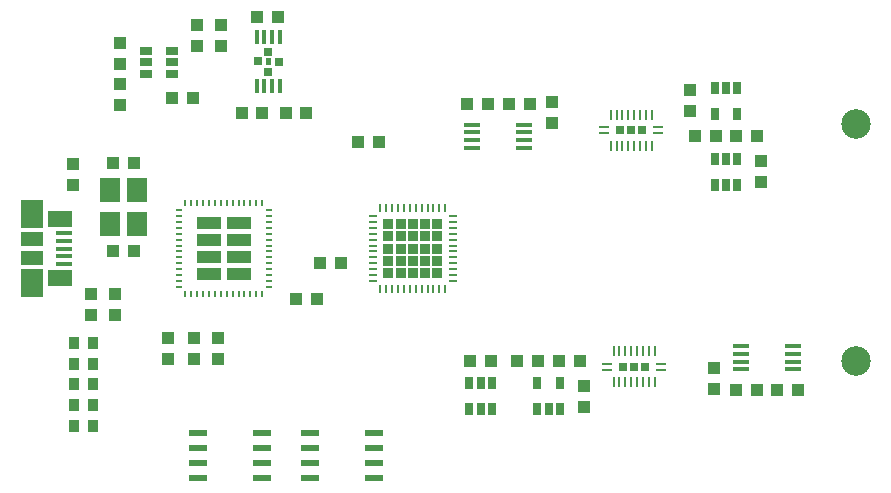
<source format=gtp>
G04 #@! TF.GenerationSoftware,KiCad,Pcbnew,5.0.0-rc1-44a33f2~62~ubuntu18.04.1*
G04 #@! TF.CreationDate,2018-04-18T04:45:04+00:00*
G04 #@! TF.ProjectId,glasgow,676C6173676F772E6B696361645F7063,rev?*
G04 #@! TF.SameCoordinates,Original*
G04 #@! TF.FileFunction,Paste,Top*
G04 #@! TF.FilePolarity,Positive*
%FSLAX46Y46*%
G04 Gerber Fmt 4.6, Leading zero omitted, Abs format (unit mm)*
G04 Created by KiCad (PCBNEW 5.0.0-rc1-44a33f2~62~ubuntu18.04.1) date Wed Apr 18 04:45:04 2018*
%MOMM*%
%LPD*%
G01*
G04 APERTURE LIST*
%ADD10C,0.100000*%
%ADD11R,1.000000X0.995000*%
%ADD12R,1.450000X0.450000*%
%ADD13R,0.650000X1.060000*%
%ADD14R,0.995000X1.000000*%
%ADD15C,2.500000*%
%ADD16R,0.400000X1.260000*%
%ADD17R,0.660000X0.760000*%
%ADD18R,0.760000X0.660000*%
%ADD19R,2.120000X1.040000*%
%ADD20R,0.180000X0.590000*%
%ADD21R,0.590000X0.180000*%
%ADD22R,0.820000X1.000000*%
%ADD23R,1.060000X0.650000*%
%ADD24R,0.800000X0.800000*%
%ADD25R,0.240000X0.900000*%
%ADD26R,0.900000X0.240000*%
%ADD27R,0.700000X0.250000*%
%ADD28R,0.250000X0.700000*%
%ADD29R,0.830000X0.830000*%
%ADD30R,1.550000X0.600000*%
%ADD31R,1.380000X0.450000*%
%ADD32R,2.100000X1.475000*%
%ADD33R,1.900000X2.375000*%
%ADD34R,1.900000X1.175000*%
%ADD35R,1.800000X2.100000*%
G04 APERTURE END LIST*
D10*
G36*
X72560000Y-79350000D02*
X72960000Y-79350000D01*
X72960000Y-79950000D01*
X72560000Y-79950000D01*
X72560000Y-79350000D01*
G37*
D11*
X110500000Y-105612500D03*
X110500000Y-107387500D03*
X96750000Y-83112500D03*
X96750000Y-84887500D03*
D12*
X117200000Y-103775000D03*
X117200000Y-104425000D03*
X117200000Y-105075000D03*
X117200000Y-105725000D03*
X112800000Y-105725000D03*
X112800000Y-105075000D03*
X112800000Y-104425000D03*
X112800000Y-103775000D03*
X94450000Y-86975000D03*
X94450000Y-86325000D03*
X94450000Y-85675000D03*
X94450000Y-85025000D03*
X90050000Y-85025000D03*
X90050000Y-85675000D03*
X90050000Y-86325000D03*
X90050000Y-86975000D03*
D13*
X112450000Y-84100000D03*
X110550000Y-84100000D03*
X110550000Y-81900000D03*
X111500000Y-81900000D03*
X112450000Y-81900000D03*
X95550000Y-106900000D03*
X97450000Y-106900000D03*
X97450000Y-109100000D03*
X96500000Y-109100000D03*
X95550000Y-109100000D03*
X91700000Y-106900000D03*
X90750000Y-106900000D03*
X89800000Y-106900000D03*
X89800000Y-109100000D03*
X91700000Y-109100000D03*
X90750000Y-109100000D03*
X112450000Y-87900000D03*
X111500000Y-87900000D03*
X110550000Y-87900000D03*
X110550000Y-90100000D03*
X112450000Y-90100000D03*
X111500000Y-90100000D03*
D14*
X110637500Y-86000000D03*
X108862500Y-86000000D03*
D11*
X108500000Y-82112500D03*
X108500000Y-83887500D03*
D14*
X94887500Y-83250000D03*
X93112500Y-83250000D03*
X89612500Y-83250000D03*
X91387500Y-83250000D03*
D11*
X114500000Y-88112500D03*
X114500000Y-89887500D03*
X99500000Y-107112500D03*
X99500000Y-108887500D03*
D14*
X114137500Y-86000000D03*
X112362500Y-86000000D03*
X114137500Y-107496000D03*
X112362500Y-107496000D03*
X115862500Y-107496000D03*
X117637500Y-107496000D03*
X91637500Y-105000000D03*
X89862500Y-105000000D03*
X95637500Y-105000000D03*
X93862500Y-105000000D03*
X97362500Y-105000000D03*
X99137500Y-105000000D03*
D15*
X122500000Y-105000000D03*
X122500000Y-85000000D03*
D16*
X72441581Y-81761916D03*
X73741581Y-81761916D03*
X73741581Y-77551916D03*
X71791581Y-77551916D03*
X73091581Y-81761916D03*
D17*
X72770000Y-80520000D03*
D16*
X71791581Y-81761916D03*
X73091581Y-77551916D03*
D17*
X72770000Y-78840000D03*
D18*
X71900000Y-79660000D03*
X73640000Y-79670000D03*
D16*
X72441581Y-77551916D03*
D19*
X70260000Y-97660000D03*
X67740000Y-97660000D03*
X70260000Y-94780000D03*
X67740000Y-94780000D03*
X67740000Y-93340000D03*
X67740000Y-96220000D03*
X70260000Y-96220000D03*
X70260000Y-93340000D03*
D20*
X65750000Y-91665000D03*
X66250000Y-91665000D03*
X66750000Y-91665000D03*
X67250000Y-91665000D03*
X67750000Y-91665000D03*
X68250000Y-91665000D03*
X68750000Y-91665000D03*
X69250000Y-91665000D03*
X69750000Y-91665000D03*
X70250000Y-91665000D03*
X70750000Y-91665000D03*
X71250000Y-91665000D03*
X71750000Y-91665000D03*
X72250000Y-91665000D03*
D21*
X72835000Y-92250000D03*
X72835000Y-92750000D03*
X72835000Y-93250000D03*
X72835000Y-93750000D03*
X72835000Y-94250000D03*
X72835000Y-94750000D03*
X72835000Y-95250000D03*
X72835000Y-95750000D03*
X72835000Y-96250000D03*
X72835000Y-96750000D03*
X72835000Y-97250000D03*
X72835000Y-97750000D03*
X72835000Y-98250000D03*
X72835000Y-98750000D03*
D20*
X72250000Y-99335000D03*
X71750000Y-99335000D03*
X71250000Y-99335000D03*
X70750000Y-99335000D03*
X70250000Y-99335000D03*
X69750000Y-99335000D03*
X69250000Y-99335000D03*
X68750000Y-99335000D03*
X68250000Y-99335000D03*
X67750000Y-99335000D03*
X67250000Y-99335000D03*
X66750000Y-99335000D03*
X66250000Y-99335000D03*
X65750000Y-99335000D03*
D21*
X65165000Y-98750000D03*
X65165000Y-98250000D03*
X65165000Y-97750000D03*
X65165000Y-97250000D03*
X65165000Y-96750000D03*
X65165000Y-96250000D03*
X65165000Y-95750000D03*
X65165000Y-95250000D03*
X65165000Y-94750000D03*
X65165000Y-94250000D03*
X65165000Y-93750000D03*
X65165000Y-93250000D03*
X65165000Y-92750000D03*
X65165000Y-92250000D03*
D22*
X56350000Y-110500000D03*
X57950000Y-110500000D03*
X57950000Y-108750000D03*
X56350000Y-108750000D03*
X56350000Y-107000000D03*
X57950000Y-107000000D03*
X57950000Y-105250000D03*
X56350000Y-105250000D03*
X56350000Y-103500000D03*
X57950000Y-103500000D03*
D14*
X75112500Y-99750000D03*
X76887500Y-99750000D03*
D11*
X68500000Y-103112500D03*
X68500000Y-104887500D03*
D14*
X82137500Y-86500000D03*
X80362500Y-86500000D03*
D11*
X56250000Y-90137500D03*
X56250000Y-88362500D03*
D14*
X77112500Y-96750000D03*
X78887500Y-96750000D03*
D11*
X66750000Y-76612500D03*
X66750000Y-78387500D03*
D14*
X72275000Y-84000000D03*
X70500000Y-84000000D03*
X76000000Y-84000000D03*
X74225000Y-84000000D03*
X73608081Y-75906916D03*
X71833081Y-75906916D03*
D23*
X62400000Y-78800000D03*
X62400000Y-79750000D03*
X62400000Y-80700000D03*
X64600000Y-80700000D03*
X64600000Y-78800000D03*
X64600000Y-79750000D03*
D14*
X64612500Y-82750000D03*
X66387500Y-82750000D03*
D11*
X60232324Y-78112500D03*
X60232324Y-79887500D03*
X60232324Y-83387500D03*
X60232324Y-81612500D03*
X68750000Y-78387500D03*
X68750000Y-76612500D03*
D24*
X102550000Y-85500000D03*
X104450000Y-85500000D03*
X103500000Y-85500000D03*
D25*
X105250000Y-84200000D03*
X104750000Y-84200000D03*
X104250000Y-84200000D03*
X103750000Y-84200000D03*
X103250000Y-84200000D03*
X102750000Y-84200000D03*
X102250000Y-84200000D03*
X101750000Y-84200000D03*
X105250000Y-86800000D03*
X104750000Y-86800000D03*
X104250000Y-86800000D03*
X103750000Y-86800000D03*
X103250000Y-86800000D03*
X102750000Y-86800000D03*
X102250000Y-86800000D03*
X101750000Y-86800000D03*
D26*
X105800000Y-85250000D03*
X105800000Y-85750000D03*
X101200000Y-85250000D03*
X101200000Y-85750000D03*
X106050000Y-105250000D03*
X106050000Y-105750000D03*
X101450000Y-105250000D03*
X101450000Y-105750000D03*
D25*
X105500000Y-104200000D03*
X105000000Y-104200000D03*
X104500000Y-104200000D03*
X104000000Y-104200000D03*
X103500000Y-104200000D03*
X103000000Y-104200000D03*
X102500000Y-104200000D03*
X102000000Y-104200000D03*
X105500000Y-106800000D03*
X105000000Y-106800000D03*
X104500000Y-106800000D03*
X104000000Y-106800000D03*
X103500000Y-106800000D03*
X103000000Y-106800000D03*
X102500000Y-106800000D03*
X102000000Y-106800000D03*
D24*
X103750000Y-105500000D03*
X102800000Y-105500000D03*
X104700000Y-105500000D03*
D27*
X81600000Y-92750000D03*
X81600000Y-93250000D03*
X81600000Y-93750000D03*
X81600000Y-94250000D03*
X81600000Y-94750000D03*
X81600000Y-95250000D03*
X81600000Y-95750000D03*
X81600000Y-96250000D03*
X81600000Y-96750000D03*
X81600000Y-97250000D03*
X81600000Y-97750000D03*
X81600000Y-98250000D03*
D28*
X82250000Y-98900000D03*
X82750000Y-98900000D03*
X83250000Y-98900000D03*
X83750000Y-98900000D03*
X84250000Y-98900000D03*
X84750000Y-98900000D03*
X85250000Y-98900000D03*
X85750000Y-98900000D03*
X86250000Y-98900000D03*
X86750000Y-98900000D03*
X87250000Y-98900000D03*
X87750000Y-98900000D03*
D27*
X88400000Y-98250000D03*
X88400000Y-97750000D03*
X88400000Y-97250000D03*
X88400000Y-96750000D03*
X88400000Y-96250000D03*
X88400000Y-95750000D03*
X88400000Y-95250000D03*
X88400000Y-94750000D03*
X88400000Y-94250000D03*
X88400000Y-93750000D03*
X88400000Y-93250000D03*
X88400000Y-92750000D03*
D28*
X87750000Y-92100000D03*
X87250000Y-92100000D03*
X86750000Y-92100000D03*
X86250000Y-92100000D03*
X85750000Y-92100000D03*
X85250000Y-92100000D03*
X84750000Y-92100000D03*
X84250000Y-92100000D03*
X83750000Y-92100000D03*
X83250000Y-92100000D03*
X82750000Y-92100000D03*
X82250000Y-92100000D03*
D29*
X87060000Y-97560000D03*
X86030000Y-97560000D03*
X85000000Y-97560000D03*
X83970000Y-97560000D03*
X82940000Y-97560000D03*
X82940000Y-96530000D03*
X83970000Y-96530000D03*
X85000000Y-96530000D03*
X86030000Y-96530000D03*
X87060000Y-96530000D03*
X82940000Y-95500000D03*
X83970000Y-95500000D03*
X85000000Y-95500000D03*
X86030000Y-95500000D03*
X87060000Y-95500000D03*
X82940000Y-94470000D03*
X83970000Y-94470000D03*
X85000000Y-94470000D03*
X86030000Y-94470000D03*
X87060000Y-94470000D03*
X82940000Y-93440000D03*
X83970000Y-93440000D03*
X85000000Y-93440000D03*
X86030000Y-93440000D03*
X87060000Y-93440000D03*
D30*
X66800000Y-114905000D03*
X66800000Y-113635000D03*
X66800000Y-112365000D03*
X66800000Y-111095000D03*
X72200000Y-111095000D03*
X72200000Y-112365000D03*
X72200000Y-113635000D03*
X72200000Y-114905000D03*
D31*
X55460000Y-94200000D03*
X55460000Y-94850000D03*
X55460000Y-95500000D03*
X55460000Y-96150000D03*
X55460000Y-96800000D03*
D32*
X55100000Y-93037500D03*
X55100000Y-97962500D03*
D33*
X52800000Y-92590000D03*
X52800000Y-98410000D03*
D34*
X52800000Y-94660000D03*
X52800000Y-96340000D03*
D11*
X59750000Y-101137500D03*
X59750000Y-99362500D03*
D14*
X59612500Y-95750000D03*
X61387500Y-95750000D03*
X59612500Y-88250000D03*
X61387500Y-88250000D03*
D11*
X57750000Y-99362500D03*
X57750000Y-101137500D03*
X66500000Y-104887500D03*
X66500000Y-103112500D03*
X64250000Y-103112500D03*
X64250000Y-104887500D03*
D35*
X61650000Y-93450000D03*
X61650000Y-90550000D03*
X59350000Y-90550000D03*
X59350000Y-93450000D03*
D30*
X81700000Y-114905000D03*
X81700000Y-113635000D03*
X81700000Y-112365000D03*
X81700000Y-111095000D03*
X76300000Y-111095000D03*
X76300000Y-112365000D03*
X76300000Y-113635000D03*
X76300000Y-114905000D03*
M02*

</source>
